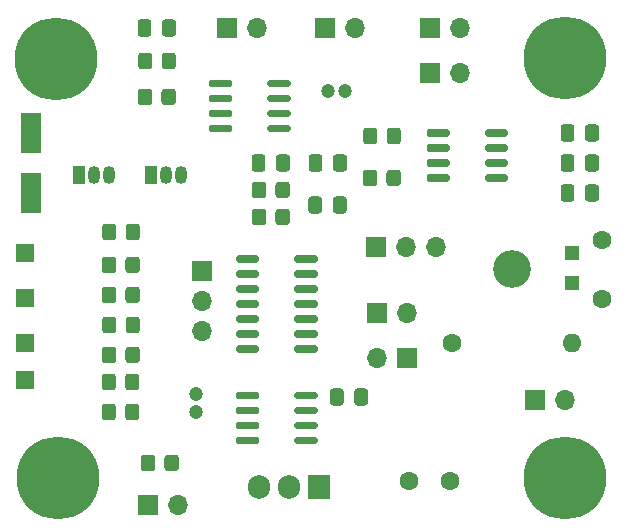
<source format=gbr>
%TF.GenerationSoftware,KiCad,Pcbnew,5.1.9-73d0e3b20d~88~ubuntu20.04.1*%
%TF.CreationDate,2021-04-18T23:12:54+02:00*%
%TF.ProjectId,interrupter,696e7465-7272-4757-9074-65722e6b6963,rev?*%
%TF.SameCoordinates,Original*%
%TF.FileFunction,Soldermask,Top*%
%TF.FilePolarity,Negative*%
%FSLAX46Y46*%
G04 Gerber Fmt 4.6, Leading zero omitted, Abs format (unit mm)*
G04 Created by KiCad (PCBNEW 5.1.9-73d0e3b20d~88~ubuntu20.04.1) date 2021-04-18 23:12:54*
%MOMM*%
%LPD*%
G01*
G04 APERTURE LIST*
%ADD10R,1.800000X3.500000*%
%ADD11R,1.500000X1.500000*%
%ADD12O,1.700000X1.700000*%
%ADD13R,1.700000X1.700000*%
%ADD14C,7.000000*%
%ADD15C,3.200000*%
%ADD16C,1.600000*%
%ADD17R,1.208000X1.208000*%
%ADD18O,1.905000X2.000000*%
%ADD19R,1.905000X2.000000*%
%ADD20O,1.600000X1.600000*%
%ADD21R,1.050000X1.500000*%
%ADD22O,1.050000X1.500000*%
%ADD23C,1.200000*%
G04 APERTURE END LIST*
D10*
%TO.C,D1*%
X175768000Y-86400000D03*
X175768000Y-91400000D03*
%TD*%
D11*
%TO.C,OUT*%
X175260000Y-107315000D03*
%TD*%
%TO.C,BME*%
X175260000Y-104140000D03*
%TD*%
%TO.C,9V*%
X175260000Y-96520000D03*
%TD*%
%TO.C,GND*%
X175260000Y-100330000D03*
%TD*%
D12*
%TO.C,J2*%
X188214000Y-117856000D03*
D13*
X185674000Y-117856000D03*
%TD*%
D14*
%TO.C,REF\u002A\u002A*%
X220980000Y-115570000D03*
%TD*%
%TO.C,REF\u002A\u002A*%
X178054000Y-115570000D03*
%TD*%
D12*
%TO.C,J3*%
X194945000Y-77470000D03*
D13*
X192405000Y-77470000D03*
%TD*%
D14*
%TO.C,REF\u002A\u002A*%
X177927000Y-80137000D03*
%TD*%
%TO.C,REF\u002A\u002A*%
X220980000Y-80010000D03*
%TD*%
D15*
%TO.C,U6*%
X216515000Y-97890000D03*
D16*
X224115000Y-100390000D03*
X224115000Y-95390000D03*
D17*
X221615000Y-99090000D03*
X221615000Y-96490000D03*
%TD*%
%TO.C,U5*%
G36*
G01*
X214225000Y-86510000D02*
X214225000Y-86210000D01*
G75*
G02*
X214375000Y-86060000I150000J0D01*
G01*
X216025000Y-86060000D01*
G75*
G02*
X216175000Y-86210000I0J-150000D01*
G01*
X216175000Y-86510000D01*
G75*
G02*
X216025000Y-86660000I-150000J0D01*
G01*
X214375000Y-86660000D01*
G75*
G02*
X214225000Y-86510000I0J150000D01*
G01*
G37*
G36*
G01*
X214225000Y-87780000D02*
X214225000Y-87480000D01*
G75*
G02*
X214375000Y-87330000I150000J0D01*
G01*
X216025000Y-87330000D01*
G75*
G02*
X216175000Y-87480000I0J-150000D01*
G01*
X216175000Y-87780000D01*
G75*
G02*
X216025000Y-87930000I-150000J0D01*
G01*
X214375000Y-87930000D01*
G75*
G02*
X214225000Y-87780000I0J150000D01*
G01*
G37*
G36*
G01*
X214225000Y-89050000D02*
X214225000Y-88750000D01*
G75*
G02*
X214375000Y-88600000I150000J0D01*
G01*
X216025000Y-88600000D01*
G75*
G02*
X216175000Y-88750000I0J-150000D01*
G01*
X216175000Y-89050000D01*
G75*
G02*
X216025000Y-89200000I-150000J0D01*
G01*
X214375000Y-89200000D01*
G75*
G02*
X214225000Y-89050000I0J150000D01*
G01*
G37*
G36*
G01*
X214225000Y-90320000D02*
X214225000Y-90020000D01*
G75*
G02*
X214375000Y-89870000I150000J0D01*
G01*
X216025000Y-89870000D01*
G75*
G02*
X216175000Y-90020000I0J-150000D01*
G01*
X216175000Y-90320000D01*
G75*
G02*
X216025000Y-90470000I-150000J0D01*
G01*
X214375000Y-90470000D01*
G75*
G02*
X214225000Y-90320000I0J150000D01*
G01*
G37*
G36*
G01*
X209275000Y-90320000D02*
X209275000Y-90020000D01*
G75*
G02*
X209425000Y-89870000I150000J0D01*
G01*
X211075000Y-89870000D01*
G75*
G02*
X211225000Y-90020000I0J-150000D01*
G01*
X211225000Y-90320000D01*
G75*
G02*
X211075000Y-90470000I-150000J0D01*
G01*
X209425000Y-90470000D01*
G75*
G02*
X209275000Y-90320000I0J150000D01*
G01*
G37*
G36*
G01*
X209275000Y-89050000D02*
X209275000Y-88750000D01*
G75*
G02*
X209425000Y-88600000I150000J0D01*
G01*
X211075000Y-88600000D01*
G75*
G02*
X211225000Y-88750000I0J-150000D01*
G01*
X211225000Y-89050000D01*
G75*
G02*
X211075000Y-89200000I-150000J0D01*
G01*
X209425000Y-89200000D01*
G75*
G02*
X209275000Y-89050000I0J150000D01*
G01*
G37*
G36*
G01*
X209275000Y-87780000D02*
X209275000Y-87480000D01*
G75*
G02*
X209425000Y-87330000I150000J0D01*
G01*
X211075000Y-87330000D01*
G75*
G02*
X211225000Y-87480000I0J-150000D01*
G01*
X211225000Y-87780000D01*
G75*
G02*
X211075000Y-87930000I-150000J0D01*
G01*
X209425000Y-87930000D01*
G75*
G02*
X209275000Y-87780000I0J150000D01*
G01*
G37*
G36*
G01*
X209275000Y-86510000D02*
X209275000Y-86210000D01*
G75*
G02*
X209425000Y-86060000I150000J0D01*
G01*
X211075000Y-86060000D01*
G75*
G02*
X211225000Y-86210000I0J-150000D01*
G01*
X211225000Y-86510000D01*
G75*
G02*
X211075000Y-86660000I-150000J0D01*
G01*
X209425000Y-86660000D01*
G75*
G02*
X209275000Y-86510000I0J150000D01*
G01*
G37*
%TD*%
%TO.C,U4*%
G36*
G01*
X198096000Y-97178000D02*
X198096000Y-96878000D01*
G75*
G02*
X198246000Y-96728000I150000J0D01*
G01*
X199896000Y-96728000D01*
G75*
G02*
X200046000Y-96878000I0J-150000D01*
G01*
X200046000Y-97178000D01*
G75*
G02*
X199896000Y-97328000I-150000J0D01*
G01*
X198246000Y-97328000D01*
G75*
G02*
X198096000Y-97178000I0J150000D01*
G01*
G37*
G36*
G01*
X198096000Y-98448000D02*
X198096000Y-98148000D01*
G75*
G02*
X198246000Y-97998000I150000J0D01*
G01*
X199896000Y-97998000D01*
G75*
G02*
X200046000Y-98148000I0J-150000D01*
G01*
X200046000Y-98448000D01*
G75*
G02*
X199896000Y-98598000I-150000J0D01*
G01*
X198246000Y-98598000D01*
G75*
G02*
X198096000Y-98448000I0J150000D01*
G01*
G37*
G36*
G01*
X198096000Y-99718000D02*
X198096000Y-99418000D01*
G75*
G02*
X198246000Y-99268000I150000J0D01*
G01*
X199896000Y-99268000D01*
G75*
G02*
X200046000Y-99418000I0J-150000D01*
G01*
X200046000Y-99718000D01*
G75*
G02*
X199896000Y-99868000I-150000J0D01*
G01*
X198246000Y-99868000D01*
G75*
G02*
X198096000Y-99718000I0J150000D01*
G01*
G37*
G36*
G01*
X198096000Y-100988000D02*
X198096000Y-100688000D01*
G75*
G02*
X198246000Y-100538000I150000J0D01*
G01*
X199896000Y-100538000D01*
G75*
G02*
X200046000Y-100688000I0J-150000D01*
G01*
X200046000Y-100988000D01*
G75*
G02*
X199896000Y-101138000I-150000J0D01*
G01*
X198246000Y-101138000D01*
G75*
G02*
X198096000Y-100988000I0J150000D01*
G01*
G37*
G36*
G01*
X198096000Y-102258000D02*
X198096000Y-101958000D01*
G75*
G02*
X198246000Y-101808000I150000J0D01*
G01*
X199896000Y-101808000D01*
G75*
G02*
X200046000Y-101958000I0J-150000D01*
G01*
X200046000Y-102258000D01*
G75*
G02*
X199896000Y-102408000I-150000J0D01*
G01*
X198246000Y-102408000D01*
G75*
G02*
X198096000Y-102258000I0J150000D01*
G01*
G37*
G36*
G01*
X198096000Y-103528000D02*
X198096000Y-103228000D01*
G75*
G02*
X198246000Y-103078000I150000J0D01*
G01*
X199896000Y-103078000D01*
G75*
G02*
X200046000Y-103228000I0J-150000D01*
G01*
X200046000Y-103528000D01*
G75*
G02*
X199896000Y-103678000I-150000J0D01*
G01*
X198246000Y-103678000D01*
G75*
G02*
X198096000Y-103528000I0J150000D01*
G01*
G37*
G36*
G01*
X198096000Y-104798000D02*
X198096000Y-104498000D01*
G75*
G02*
X198246000Y-104348000I150000J0D01*
G01*
X199896000Y-104348000D01*
G75*
G02*
X200046000Y-104498000I0J-150000D01*
G01*
X200046000Y-104798000D01*
G75*
G02*
X199896000Y-104948000I-150000J0D01*
G01*
X198246000Y-104948000D01*
G75*
G02*
X198096000Y-104798000I0J150000D01*
G01*
G37*
G36*
G01*
X193146000Y-104798000D02*
X193146000Y-104498000D01*
G75*
G02*
X193296000Y-104348000I150000J0D01*
G01*
X194946000Y-104348000D01*
G75*
G02*
X195096000Y-104498000I0J-150000D01*
G01*
X195096000Y-104798000D01*
G75*
G02*
X194946000Y-104948000I-150000J0D01*
G01*
X193296000Y-104948000D01*
G75*
G02*
X193146000Y-104798000I0J150000D01*
G01*
G37*
G36*
G01*
X193146000Y-103528000D02*
X193146000Y-103228000D01*
G75*
G02*
X193296000Y-103078000I150000J0D01*
G01*
X194946000Y-103078000D01*
G75*
G02*
X195096000Y-103228000I0J-150000D01*
G01*
X195096000Y-103528000D01*
G75*
G02*
X194946000Y-103678000I-150000J0D01*
G01*
X193296000Y-103678000D01*
G75*
G02*
X193146000Y-103528000I0J150000D01*
G01*
G37*
G36*
G01*
X193146000Y-102258000D02*
X193146000Y-101958000D01*
G75*
G02*
X193296000Y-101808000I150000J0D01*
G01*
X194946000Y-101808000D01*
G75*
G02*
X195096000Y-101958000I0J-150000D01*
G01*
X195096000Y-102258000D01*
G75*
G02*
X194946000Y-102408000I-150000J0D01*
G01*
X193296000Y-102408000D01*
G75*
G02*
X193146000Y-102258000I0J150000D01*
G01*
G37*
G36*
G01*
X193146000Y-100988000D02*
X193146000Y-100688000D01*
G75*
G02*
X193296000Y-100538000I150000J0D01*
G01*
X194946000Y-100538000D01*
G75*
G02*
X195096000Y-100688000I0J-150000D01*
G01*
X195096000Y-100988000D01*
G75*
G02*
X194946000Y-101138000I-150000J0D01*
G01*
X193296000Y-101138000D01*
G75*
G02*
X193146000Y-100988000I0J150000D01*
G01*
G37*
G36*
G01*
X193146000Y-99718000D02*
X193146000Y-99418000D01*
G75*
G02*
X193296000Y-99268000I150000J0D01*
G01*
X194946000Y-99268000D01*
G75*
G02*
X195096000Y-99418000I0J-150000D01*
G01*
X195096000Y-99718000D01*
G75*
G02*
X194946000Y-99868000I-150000J0D01*
G01*
X193296000Y-99868000D01*
G75*
G02*
X193146000Y-99718000I0J150000D01*
G01*
G37*
G36*
G01*
X193146000Y-98448000D02*
X193146000Y-98148000D01*
G75*
G02*
X193296000Y-97998000I150000J0D01*
G01*
X194946000Y-97998000D01*
G75*
G02*
X195096000Y-98148000I0J-150000D01*
G01*
X195096000Y-98448000D01*
G75*
G02*
X194946000Y-98598000I-150000J0D01*
G01*
X193296000Y-98598000D01*
G75*
G02*
X193146000Y-98448000I0J150000D01*
G01*
G37*
G36*
G01*
X193146000Y-97178000D02*
X193146000Y-96878000D01*
G75*
G02*
X193296000Y-96728000I150000J0D01*
G01*
X194946000Y-96728000D01*
G75*
G02*
X195096000Y-96878000I0J-150000D01*
G01*
X195096000Y-97178000D01*
G75*
G02*
X194946000Y-97328000I-150000J0D01*
G01*
X193296000Y-97328000D01*
G75*
G02*
X193146000Y-97178000I0J150000D01*
G01*
G37*
%TD*%
%TO.C,U3*%
G36*
G01*
X195810000Y-82319000D02*
X195810000Y-82019000D01*
G75*
G02*
X195960000Y-81869000I150000J0D01*
G01*
X197610000Y-81869000D01*
G75*
G02*
X197760000Y-82019000I0J-150000D01*
G01*
X197760000Y-82319000D01*
G75*
G02*
X197610000Y-82469000I-150000J0D01*
G01*
X195960000Y-82469000D01*
G75*
G02*
X195810000Y-82319000I0J150000D01*
G01*
G37*
G36*
G01*
X195810000Y-83589000D02*
X195810000Y-83289000D01*
G75*
G02*
X195960000Y-83139000I150000J0D01*
G01*
X197610000Y-83139000D01*
G75*
G02*
X197760000Y-83289000I0J-150000D01*
G01*
X197760000Y-83589000D01*
G75*
G02*
X197610000Y-83739000I-150000J0D01*
G01*
X195960000Y-83739000D01*
G75*
G02*
X195810000Y-83589000I0J150000D01*
G01*
G37*
G36*
G01*
X195810000Y-84859000D02*
X195810000Y-84559000D01*
G75*
G02*
X195960000Y-84409000I150000J0D01*
G01*
X197610000Y-84409000D01*
G75*
G02*
X197760000Y-84559000I0J-150000D01*
G01*
X197760000Y-84859000D01*
G75*
G02*
X197610000Y-85009000I-150000J0D01*
G01*
X195960000Y-85009000D01*
G75*
G02*
X195810000Y-84859000I0J150000D01*
G01*
G37*
G36*
G01*
X195810000Y-86129000D02*
X195810000Y-85829000D01*
G75*
G02*
X195960000Y-85679000I150000J0D01*
G01*
X197610000Y-85679000D01*
G75*
G02*
X197760000Y-85829000I0J-150000D01*
G01*
X197760000Y-86129000D01*
G75*
G02*
X197610000Y-86279000I-150000J0D01*
G01*
X195960000Y-86279000D01*
G75*
G02*
X195810000Y-86129000I0J150000D01*
G01*
G37*
G36*
G01*
X190860000Y-86129000D02*
X190860000Y-85829000D01*
G75*
G02*
X191010000Y-85679000I150000J0D01*
G01*
X192660000Y-85679000D01*
G75*
G02*
X192810000Y-85829000I0J-150000D01*
G01*
X192810000Y-86129000D01*
G75*
G02*
X192660000Y-86279000I-150000J0D01*
G01*
X191010000Y-86279000D01*
G75*
G02*
X190860000Y-86129000I0J150000D01*
G01*
G37*
G36*
G01*
X190860000Y-84859000D02*
X190860000Y-84559000D01*
G75*
G02*
X191010000Y-84409000I150000J0D01*
G01*
X192660000Y-84409000D01*
G75*
G02*
X192810000Y-84559000I0J-150000D01*
G01*
X192810000Y-84859000D01*
G75*
G02*
X192660000Y-85009000I-150000J0D01*
G01*
X191010000Y-85009000D01*
G75*
G02*
X190860000Y-84859000I0J150000D01*
G01*
G37*
G36*
G01*
X190860000Y-83589000D02*
X190860000Y-83289000D01*
G75*
G02*
X191010000Y-83139000I150000J0D01*
G01*
X192660000Y-83139000D01*
G75*
G02*
X192810000Y-83289000I0J-150000D01*
G01*
X192810000Y-83589000D01*
G75*
G02*
X192660000Y-83739000I-150000J0D01*
G01*
X191010000Y-83739000D01*
G75*
G02*
X190860000Y-83589000I0J150000D01*
G01*
G37*
G36*
G01*
X190860000Y-82319000D02*
X190860000Y-82019000D01*
G75*
G02*
X191010000Y-81869000I150000J0D01*
G01*
X192660000Y-81869000D01*
G75*
G02*
X192810000Y-82019000I0J-150000D01*
G01*
X192810000Y-82319000D01*
G75*
G02*
X192660000Y-82469000I-150000J0D01*
G01*
X191010000Y-82469000D01*
G75*
G02*
X190860000Y-82319000I0J150000D01*
G01*
G37*
%TD*%
%TO.C,U2*%
G36*
G01*
X198096000Y-108735000D02*
X198096000Y-108435000D01*
G75*
G02*
X198246000Y-108285000I150000J0D01*
G01*
X199896000Y-108285000D01*
G75*
G02*
X200046000Y-108435000I0J-150000D01*
G01*
X200046000Y-108735000D01*
G75*
G02*
X199896000Y-108885000I-150000J0D01*
G01*
X198246000Y-108885000D01*
G75*
G02*
X198096000Y-108735000I0J150000D01*
G01*
G37*
G36*
G01*
X198096000Y-110005000D02*
X198096000Y-109705000D01*
G75*
G02*
X198246000Y-109555000I150000J0D01*
G01*
X199896000Y-109555000D01*
G75*
G02*
X200046000Y-109705000I0J-150000D01*
G01*
X200046000Y-110005000D01*
G75*
G02*
X199896000Y-110155000I-150000J0D01*
G01*
X198246000Y-110155000D01*
G75*
G02*
X198096000Y-110005000I0J150000D01*
G01*
G37*
G36*
G01*
X198096000Y-111275000D02*
X198096000Y-110975000D01*
G75*
G02*
X198246000Y-110825000I150000J0D01*
G01*
X199896000Y-110825000D01*
G75*
G02*
X200046000Y-110975000I0J-150000D01*
G01*
X200046000Y-111275000D01*
G75*
G02*
X199896000Y-111425000I-150000J0D01*
G01*
X198246000Y-111425000D01*
G75*
G02*
X198096000Y-111275000I0J150000D01*
G01*
G37*
G36*
G01*
X198096000Y-112545000D02*
X198096000Y-112245000D01*
G75*
G02*
X198246000Y-112095000I150000J0D01*
G01*
X199896000Y-112095000D01*
G75*
G02*
X200046000Y-112245000I0J-150000D01*
G01*
X200046000Y-112545000D01*
G75*
G02*
X199896000Y-112695000I-150000J0D01*
G01*
X198246000Y-112695000D01*
G75*
G02*
X198096000Y-112545000I0J150000D01*
G01*
G37*
G36*
G01*
X193146000Y-112545000D02*
X193146000Y-112245000D01*
G75*
G02*
X193296000Y-112095000I150000J0D01*
G01*
X194946000Y-112095000D01*
G75*
G02*
X195096000Y-112245000I0J-150000D01*
G01*
X195096000Y-112545000D01*
G75*
G02*
X194946000Y-112695000I-150000J0D01*
G01*
X193296000Y-112695000D01*
G75*
G02*
X193146000Y-112545000I0J150000D01*
G01*
G37*
G36*
G01*
X193146000Y-111275000D02*
X193146000Y-110975000D01*
G75*
G02*
X193296000Y-110825000I150000J0D01*
G01*
X194946000Y-110825000D01*
G75*
G02*
X195096000Y-110975000I0J-150000D01*
G01*
X195096000Y-111275000D01*
G75*
G02*
X194946000Y-111425000I-150000J0D01*
G01*
X193296000Y-111425000D01*
G75*
G02*
X193146000Y-111275000I0J150000D01*
G01*
G37*
G36*
G01*
X193146000Y-110005000D02*
X193146000Y-109705000D01*
G75*
G02*
X193296000Y-109555000I150000J0D01*
G01*
X194946000Y-109555000D01*
G75*
G02*
X195096000Y-109705000I0J-150000D01*
G01*
X195096000Y-110005000D01*
G75*
G02*
X194946000Y-110155000I-150000J0D01*
G01*
X193296000Y-110155000D01*
G75*
G02*
X193146000Y-110005000I0J150000D01*
G01*
G37*
G36*
G01*
X193146000Y-108735000D02*
X193146000Y-108435000D01*
G75*
G02*
X193296000Y-108285000I150000J0D01*
G01*
X194946000Y-108285000D01*
G75*
G02*
X195096000Y-108435000I0J-150000D01*
G01*
X195096000Y-108735000D01*
G75*
G02*
X194946000Y-108885000I-150000J0D01*
G01*
X193296000Y-108885000D01*
G75*
G02*
X193146000Y-108735000I0J150000D01*
G01*
G37*
%TD*%
D18*
%TO.C,U1*%
X195072000Y-116332000D03*
X197612000Y-116332000D03*
D19*
X200152000Y-116332000D03*
%TD*%
%TO.C,R15*%
G36*
G01*
X196488000Y-91636001D02*
X196488000Y-90735999D01*
G75*
G02*
X196737999Y-90486000I249999J0D01*
G01*
X197438001Y-90486000D01*
G75*
G02*
X197688000Y-90735999I0J-249999D01*
G01*
X197688000Y-91636001D01*
G75*
G02*
X197438001Y-91886000I-249999J0D01*
G01*
X196737999Y-91886000D01*
G75*
G02*
X196488000Y-91636001I0J249999D01*
G01*
G37*
G36*
G01*
X194488000Y-91636001D02*
X194488000Y-90735999D01*
G75*
G02*
X194737999Y-90486000I249999J0D01*
G01*
X195438001Y-90486000D01*
G75*
G02*
X195688000Y-90735999I0J-249999D01*
G01*
X195688000Y-91636001D01*
G75*
G02*
X195438001Y-91886000I-249999J0D01*
G01*
X194737999Y-91886000D01*
G75*
G02*
X194488000Y-91636001I0J249999D01*
G01*
G37*
%TD*%
D20*
%TO.C,R14*%
X221615000Y-104140000D03*
D16*
X211455000Y-104140000D03*
%TD*%
%TO.C,R13*%
G36*
G01*
X183804000Y-95192001D02*
X183804000Y-94291999D01*
G75*
G02*
X184053999Y-94042000I249999J0D01*
G01*
X184754001Y-94042000D01*
G75*
G02*
X185004000Y-94291999I0J-249999D01*
G01*
X185004000Y-95192001D01*
G75*
G02*
X184754001Y-95442000I-249999J0D01*
G01*
X184053999Y-95442000D01*
G75*
G02*
X183804000Y-95192001I0J249999D01*
G01*
G37*
G36*
G01*
X181804000Y-95192001D02*
X181804000Y-94291999D01*
G75*
G02*
X182053999Y-94042000I249999J0D01*
G01*
X182754001Y-94042000D01*
G75*
G02*
X183004000Y-94291999I0J-249999D01*
G01*
X183004000Y-95192001D01*
G75*
G02*
X182754001Y-95442000I-249999J0D01*
G01*
X182053999Y-95442000D01*
G75*
G02*
X181804000Y-95192001I0J249999D01*
G01*
G37*
%TD*%
%TO.C,R12*%
G36*
G01*
X205086000Y-89719999D02*
X205086000Y-90620001D01*
G75*
G02*
X204836001Y-90870000I-249999J0D01*
G01*
X204135999Y-90870000D01*
G75*
G02*
X203886000Y-90620001I0J249999D01*
G01*
X203886000Y-89719999D01*
G75*
G02*
X204135999Y-89470000I249999J0D01*
G01*
X204836001Y-89470000D01*
G75*
G02*
X205086000Y-89719999I0J-249999D01*
G01*
G37*
G36*
G01*
X207086000Y-89719999D02*
X207086000Y-90620001D01*
G75*
G02*
X206836001Y-90870000I-249999J0D01*
G01*
X206135999Y-90870000D01*
G75*
G02*
X205886000Y-90620001I0J249999D01*
G01*
X205886000Y-89719999D01*
G75*
G02*
X206135999Y-89470000I249999J0D01*
G01*
X206836001Y-89470000D01*
G75*
G02*
X207086000Y-89719999I0J-249999D01*
G01*
G37*
%TD*%
%TO.C,R11*%
G36*
G01*
X195688000Y-93021999D02*
X195688000Y-93922001D01*
G75*
G02*
X195438001Y-94172000I-249999J0D01*
G01*
X194737999Y-94172000D01*
G75*
G02*
X194488000Y-93922001I0J249999D01*
G01*
X194488000Y-93021999D01*
G75*
G02*
X194737999Y-92772000I249999J0D01*
G01*
X195438001Y-92772000D01*
G75*
G02*
X195688000Y-93021999I0J-249999D01*
G01*
G37*
G36*
G01*
X197688000Y-93021999D02*
X197688000Y-93922001D01*
G75*
G02*
X197438001Y-94172000I-249999J0D01*
G01*
X196737999Y-94172000D01*
G75*
G02*
X196488000Y-93922001I0J249999D01*
G01*
X196488000Y-93021999D01*
G75*
G02*
X196737999Y-92772000I249999J0D01*
G01*
X197438001Y-92772000D01*
G75*
G02*
X197688000Y-93021999I0J-249999D01*
G01*
G37*
%TD*%
%TO.C,R10*%
G36*
G01*
X205102000Y-86163999D02*
X205102000Y-87064001D01*
G75*
G02*
X204852001Y-87314000I-249999J0D01*
G01*
X204151999Y-87314000D01*
G75*
G02*
X203902000Y-87064001I0J249999D01*
G01*
X203902000Y-86163999D01*
G75*
G02*
X204151999Y-85914000I249999J0D01*
G01*
X204852001Y-85914000D01*
G75*
G02*
X205102000Y-86163999I0J-249999D01*
G01*
G37*
G36*
G01*
X207102000Y-86163999D02*
X207102000Y-87064001D01*
G75*
G02*
X206852001Y-87314000I-249999J0D01*
G01*
X206151999Y-87314000D01*
G75*
G02*
X205902000Y-87064001I0J249999D01*
G01*
X205902000Y-86163999D01*
G75*
G02*
X206151999Y-85914000I249999J0D01*
G01*
X206852001Y-85914000D01*
G75*
G02*
X207102000Y-86163999I0J-249999D01*
G01*
G37*
%TD*%
%TO.C,R9*%
G36*
G01*
X183804000Y-103066001D02*
X183804000Y-102165999D01*
G75*
G02*
X184053999Y-101916000I249999J0D01*
G01*
X184754001Y-101916000D01*
G75*
G02*
X185004000Y-102165999I0J-249999D01*
G01*
X185004000Y-103066001D01*
G75*
G02*
X184754001Y-103316000I-249999J0D01*
G01*
X184053999Y-103316000D01*
G75*
G02*
X183804000Y-103066001I0J249999D01*
G01*
G37*
G36*
G01*
X181804000Y-103066001D02*
X181804000Y-102165999D01*
G75*
G02*
X182053999Y-101916000I249999J0D01*
G01*
X182754001Y-101916000D01*
G75*
G02*
X183004000Y-102165999I0J-249999D01*
G01*
X183004000Y-103066001D01*
G75*
G02*
X182754001Y-103316000I-249999J0D01*
G01*
X182053999Y-103316000D01*
G75*
G02*
X181804000Y-103066001I0J249999D01*
G01*
G37*
%TD*%
%TO.C,R8*%
G36*
G01*
X182972000Y-109531999D02*
X182972000Y-110432001D01*
G75*
G02*
X182722001Y-110682000I-249999J0D01*
G01*
X182021999Y-110682000D01*
G75*
G02*
X181772000Y-110432001I0J249999D01*
G01*
X181772000Y-109531999D01*
G75*
G02*
X182021999Y-109282000I249999J0D01*
G01*
X182722001Y-109282000D01*
G75*
G02*
X182972000Y-109531999I0J-249999D01*
G01*
G37*
G36*
G01*
X184972000Y-109531999D02*
X184972000Y-110432001D01*
G75*
G02*
X184722001Y-110682000I-249999J0D01*
G01*
X184021999Y-110682000D01*
G75*
G02*
X183772000Y-110432001I0J249999D01*
G01*
X183772000Y-109531999D01*
G75*
G02*
X184021999Y-109282000I249999J0D01*
G01*
X184722001Y-109282000D01*
G75*
G02*
X184972000Y-109531999I0J-249999D01*
G01*
G37*
%TD*%
%TO.C,R7*%
G36*
G01*
X183788000Y-100526001D02*
X183788000Y-99625999D01*
G75*
G02*
X184037999Y-99376000I249999J0D01*
G01*
X184738001Y-99376000D01*
G75*
G02*
X184988000Y-99625999I0J-249999D01*
G01*
X184988000Y-100526001D01*
G75*
G02*
X184738001Y-100776000I-249999J0D01*
G01*
X184037999Y-100776000D01*
G75*
G02*
X183788000Y-100526001I0J249999D01*
G01*
G37*
G36*
G01*
X181788000Y-100526001D02*
X181788000Y-99625999D01*
G75*
G02*
X182037999Y-99376000I249999J0D01*
G01*
X182738001Y-99376000D01*
G75*
G02*
X182988000Y-99625999I0J-249999D01*
G01*
X182988000Y-100526001D01*
G75*
G02*
X182738001Y-100776000I-249999J0D01*
G01*
X182037999Y-100776000D01*
G75*
G02*
X181788000Y-100526001I0J249999D01*
G01*
G37*
%TD*%
%TO.C,R6*%
G36*
G01*
X182972000Y-106991999D02*
X182972000Y-107892001D01*
G75*
G02*
X182722001Y-108142000I-249999J0D01*
G01*
X182021999Y-108142000D01*
G75*
G02*
X181772000Y-107892001I0J249999D01*
G01*
X181772000Y-106991999D01*
G75*
G02*
X182021999Y-106742000I249999J0D01*
G01*
X182722001Y-106742000D01*
G75*
G02*
X182972000Y-106991999I0J-249999D01*
G01*
G37*
G36*
G01*
X184972000Y-106991999D02*
X184972000Y-107892001D01*
G75*
G02*
X184722001Y-108142000I-249999J0D01*
G01*
X184021999Y-108142000D01*
G75*
G02*
X183772000Y-107892001I0J249999D01*
G01*
X183772000Y-106991999D01*
G75*
G02*
X184021999Y-106742000I249999J0D01*
G01*
X184722001Y-106742000D01*
G75*
G02*
X184972000Y-106991999I0J-249999D01*
G01*
G37*
%TD*%
%TO.C,R5*%
G36*
G01*
X183788000Y-97986001D02*
X183788000Y-97085999D01*
G75*
G02*
X184037999Y-96836000I249999J0D01*
G01*
X184738001Y-96836000D01*
G75*
G02*
X184988000Y-97085999I0J-249999D01*
G01*
X184988000Y-97986001D01*
G75*
G02*
X184738001Y-98236000I-249999J0D01*
G01*
X184037999Y-98236000D01*
G75*
G02*
X183788000Y-97986001I0J249999D01*
G01*
G37*
G36*
G01*
X181788000Y-97986001D02*
X181788000Y-97085999D01*
G75*
G02*
X182037999Y-96836000I249999J0D01*
G01*
X182738001Y-96836000D01*
G75*
G02*
X182988000Y-97085999I0J-249999D01*
G01*
X182988000Y-97986001D01*
G75*
G02*
X182738001Y-98236000I-249999J0D01*
G01*
X182037999Y-98236000D01*
G75*
G02*
X181788000Y-97986001I0J249999D01*
G01*
G37*
%TD*%
%TO.C,R4*%
G36*
G01*
X182988000Y-104705999D02*
X182988000Y-105606001D01*
G75*
G02*
X182738001Y-105856000I-249999J0D01*
G01*
X182037999Y-105856000D01*
G75*
G02*
X181788000Y-105606001I0J249999D01*
G01*
X181788000Y-104705999D01*
G75*
G02*
X182037999Y-104456000I249999J0D01*
G01*
X182738001Y-104456000D01*
G75*
G02*
X182988000Y-104705999I0J-249999D01*
G01*
G37*
G36*
G01*
X184988000Y-104705999D02*
X184988000Y-105606001D01*
G75*
G02*
X184738001Y-105856000I-249999J0D01*
G01*
X184037999Y-105856000D01*
G75*
G02*
X183788000Y-105606001I0J249999D01*
G01*
X183788000Y-104705999D01*
G75*
G02*
X184037999Y-104456000I249999J0D01*
G01*
X184738001Y-104456000D01*
G75*
G02*
X184988000Y-104705999I0J-249999D01*
G01*
G37*
%TD*%
%TO.C,R3*%
G36*
G01*
X186836000Y-83762001D02*
X186836000Y-82861999D01*
G75*
G02*
X187085999Y-82612000I249999J0D01*
G01*
X187786001Y-82612000D01*
G75*
G02*
X188036000Y-82861999I0J-249999D01*
G01*
X188036000Y-83762001D01*
G75*
G02*
X187786001Y-84012000I-249999J0D01*
G01*
X187085999Y-84012000D01*
G75*
G02*
X186836000Y-83762001I0J249999D01*
G01*
G37*
G36*
G01*
X184836000Y-83762001D02*
X184836000Y-82861999D01*
G75*
G02*
X185085999Y-82612000I249999J0D01*
G01*
X185786001Y-82612000D01*
G75*
G02*
X186036000Y-82861999I0J-249999D01*
G01*
X186036000Y-83762001D01*
G75*
G02*
X185786001Y-84012000I-249999J0D01*
G01*
X185085999Y-84012000D01*
G75*
G02*
X184836000Y-83762001I0J249999D01*
G01*
G37*
%TD*%
%TO.C,R2*%
G36*
G01*
X186852000Y-80714001D02*
X186852000Y-79813999D01*
G75*
G02*
X187101999Y-79564000I249999J0D01*
G01*
X187802001Y-79564000D01*
G75*
G02*
X188052000Y-79813999I0J-249999D01*
G01*
X188052000Y-80714001D01*
G75*
G02*
X187802001Y-80964000I-249999J0D01*
G01*
X187101999Y-80964000D01*
G75*
G02*
X186852000Y-80714001I0J249999D01*
G01*
G37*
G36*
G01*
X184852000Y-80714001D02*
X184852000Y-79813999D01*
G75*
G02*
X185101999Y-79564000I249999J0D01*
G01*
X185802001Y-79564000D01*
G75*
G02*
X186052000Y-79813999I0J-249999D01*
G01*
X186052000Y-80714001D01*
G75*
G02*
X185802001Y-80964000I-249999J0D01*
G01*
X185101999Y-80964000D01*
G75*
G02*
X184852000Y-80714001I0J249999D01*
G01*
G37*
%TD*%
%TO.C,R1*%
G36*
G01*
X186290000Y-113849999D02*
X186290000Y-114750001D01*
G75*
G02*
X186040001Y-115000000I-249999J0D01*
G01*
X185339999Y-115000000D01*
G75*
G02*
X185090000Y-114750001I0J249999D01*
G01*
X185090000Y-113849999D01*
G75*
G02*
X185339999Y-113600000I249999J0D01*
G01*
X186040001Y-113600000D01*
G75*
G02*
X186290000Y-113849999I0J-249999D01*
G01*
G37*
G36*
G01*
X188290000Y-113849999D02*
X188290000Y-114750001D01*
G75*
G02*
X188040001Y-115000000I-249999J0D01*
G01*
X187339999Y-115000000D01*
G75*
G02*
X187090000Y-114750001I0J249999D01*
G01*
X187090000Y-113849999D01*
G75*
G02*
X187339999Y-113600000I249999J0D01*
G01*
X188040001Y-113600000D01*
G75*
G02*
X188290000Y-113849999I0J-249999D01*
G01*
G37*
%TD*%
D21*
%TO.C,Q2*%
X185928000Y-89916000D03*
D22*
X188468000Y-89916000D03*
X187198000Y-89916000D03*
%TD*%
D21*
%TO.C,Q1*%
X179832000Y-89916000D03*
D22*
X182372000Y-89916000D03*
X181102000Y-89916000D03*
%TD*%
D12*
%TO.C,J10*%
X207645000Y-101600000D03*
D13*
X205105000Y-101600000D03*
%TD*%
D12*
%TO.C,J8*%
X210058000Y-96012000D03*
X207518000Y-96012000D03*
D13*
X204978000Y-96012000D03*
%TD*%
D12*
%TO.C,J7*%
X205105000Y-105410000D03*
D13*
X207645000Y-105410000D03*
%TD*%
D12*
%TO.C,J6*%
X212090000Y-81280000D03*
D13*
X209550000Y-81280000D03*
%TD*%
D12*
%TO.C,J5*%
X212090000Y-77470000D03*
D13*
X209550000Y-77470000D03*
%TD*%
D12*
%TO.C,J4*%
X190246000Y-103124000D03*
X190246000Y-100584000D03*
D13*
X190246000Y-98044000D03*
%TD*%
D12*
%TO.C,J1*%
X220980000Y-108966000D03*
D13*
X218440000Y-108966000D03*
%TD*%
%TO.C,C11*%
G36*
G01*
X221800000Y-88425000D02*
X221800000Y-89375000D01*
G75*
G02*
X221550000Y-89625000I-250000J0D01*
G01*
X220875000Y-89625000D01*
G75*
G02*
X220625000Y-89375000I0J250000D01*
G01*
X220625000Y-88425000D01*
G75*
G02*
X220875000Y-88175000I250000J0D01*
G01*
X221550000Y-88175000D01*
G75*
G02*
X221800000Y-88425000I0J-250000D01*
G01*
G37*
G36*
G01*
X223875000Y-88425000D02*
X223875000Y-89375000D01*
G75*
G02*
X223625000Y-89625000I-250000J0D01*
G01*
X222950000Y-89625000D01*
G75*
G02*
X222700000Y-89375000I0J250000D01*
G01*
X222700000Y-88425000D01*
G75*
G02*
X222950000Y-88175000I250000J0D01*
G01*
X223625000Y-88175000D01*
G75*
G02*
X223875000Y-88425000I0J-250000D01*
G01*
G37*
%TD*%
%TO.C,C10*%
G36*
G01*
X222700000Y-91915000D02*
X222700000Y-90965000D01*
G75*
G02*
X222950000Y-90715000I250000J0D01*
G01*
X223625000Y-90715000D01*
G75*
G02*
X223875000Y-90965000I0J-250000D01*
G01*
X223875000Y-91915000D01*
G75*
G02*
X223625000Y-92165000I-250000J0D01*
G01*
X222950000Y-92165000D01*
G75*
G02*
X222700000Y-91915000I0J250000D01*
G01*
G37*
G36*
G01*
X220625000Y-91915000D02*
X220625000Y-90965000D01*
G75*
G02*
X220875000Y-90715000I250000J0D01*
G01*
X221550000Y-90715000D01*
G75*
G02*
X221800000Y-90965000I0J-250000D01*
G01*
X221800000Y-91915000D01*
G75*
G02*
X221550000Y-92165000I-250000J0D01*
G01*
X220875000Y-92165000D01*
G75*
G02*
X220625000Y-91915000I0J250000D01*
G01*
G37*
%TD*%
D16*
%TO.C,C9*%
X211272000Y-115824000D03*
X207772000Y-115824000D03*
%TD*%
%TO.C,C8*%
G36*
G01*
X203163500Y-109187000D02*
X203163500Y-108237000D01*
G75*
G02*
X203413500Y-107987000I250000J0D01*
G01*
X204088500Y-107987000D01*
G75*
G02*
X204338500Y-108237000I0J-250000D01*
G01*
X204338500Y-109187000D01*
G75*
G02*
X204088500Y-109437000I-250000J0D01*
G01*
X203413500Y-109437000D01*
G75*
G02*
X203163500Y-109187000I0J250000D01*
G01*
G37*
G36*
G01*
X201088500Y-109187000D02*
X201088500Y-108237000D01*
G75*
G02*
X201338500Y-107987000I250000J0D01*
G01*
X202013500Y-107987000D01*
G75*
G02*
X202263500Y-108237000I0J-250000D01*
G01*
X202263500Y-109187000D01*
G75*
G02*
X202013500Y-109437000I-250000J0D01*
G01*
X201338500Y-109437000D01*
G75*
G02*
X201088500Y-109187000I0J250000D01*
G01*
G37*
%TD*%
%TO.C,C7*%
G36*
G01*
X201342500Y-92931000D02*
X201342500Y-91981000D01*
G75*
G02*
X201592500Y-91731000I250000J0D01*
G01*
X202267500Y-91731000D01*
G75*
G02*
X202517500Y-91981000I0J-250000D01*
G01*
X202517500Y-92931000D01*
G75*
G02*
X202267500Y-93181000I-250000J0D01*
G01*
X201592500Y-93181000D01*
G75*
G02*
X201342500Y-92931000I0J250000D01*
G01*
G37*
G36*
G01*
X199267500Y-92931000D02*
X199267500Y-91981000D01*
G75*
G02*
X199517500Y-91731000I250000J0D01*
G01*
X200192500Y-91731000D01*
G75*
G02*
X200442500Y-91981000I0J-250000D01*
G01*
X200442500Y-92931000D01*
G75*
G02*
X200192500Y-93181000I-250000J0D01*
G01*
X199517500Y-93181000D01*
G75*
G02*
X199267500Y-92931000I0J250000D01*
G01*
G37*
%TD*%
D23*
%TO.C,C6*%
X189738000Y-108482000D03*
X189738000Y-109982000D03*
%TD*%
%TO.C,C5*%
G36*
G01*
X201364000Y-89375000D02*
X201364000Y-88425000D01*
G75*
G02*
X201614000Y-88175000I250000J0D01*
G01*
X202289000Y-88175000D01*
G75*
G02*
X202539000Y-88425000I0J-250000D01*
G01*
X202539000Y-89375000D01*
G75*
G02*
X202289000Y-89625000I-250000J0D01*
G01*
X201614000Y-89625000D01*
G75*
G02*
X201364000Y-89375000I0J250000D01*
G01*
G37*
G36*
G01*
X199289000Y-89375000D02*
X199289000Y-88425000D01*
G75*
G02*
X199539000Y-88175000I250000J0D01*
G01*
X200214000Y-88175000D01*
G75*
G02*
X200464000Y-88425000I0J-250000D01*
G01*
X200464000Y-89375000D01*
G75*
G02*
X200214000Y-89625000I-250000J0D01*
G01*
X199539000Y-89625000D01*
G75*
G02*
X199289000Y-89375000I0J250000D01*
G01*
G37*
%TD*%
%TO.C,C4*%
X202414000Y-82804000D03*
X200914000Y-82804000D03*
%TD*%
%TO.C,C3*%
G36*
G01*
X196538000Y-89375000D02*
X196538000Y-88425000D01*
G75*
G02*
X196788000Y-88175000I250000J0D01*
G01*
X197463000Y-88175000D01*
G75*
G02*
X197713000Y-88425000I0J-250000D01*
G01*
X197713000Y-89375000D01*
G75*
G02*
X197463000Y-89625000I-250000J0D01*
G01*
X196788000Y-89625000D01*
G75*
G02*
X196538000Y-89375000I0J250000D01*
G01*
G37*
G36*
G01*
X194463000Y-89375000D02*
X194463000Y-88425000D01*
G75*
G02*
X194713000Y-88175000I250000J0D01*
G01*
X195388000Y-88175000D01*
G75*
G02*
X195638000Y-88425000I0J-250000D01*
G01*
X195638000Y-89375000D01*
G75*
G02*
X195388000Y-89625000I-250000J0D01*
G01*
X194713000Y-89625000D01*
G75*
G02*
X194463000Y-89375000I0J250000D01*
G01*
G37*
%TD*%
%TO.C,C2*%
G36*
G01*
X222700000Y-86835000D02*
X222700000Y-85885000D01*
G75*
G02*
X222950000Y-85635000I250000J0D01*
G01*
X223625000Y-85635000D01*
G75*
G02*
X223875000Y-85885000I0J-250000D01*
G01*
X223875000Y-86835000D01*
G75*
G02*
X223625000Y-87085000I-250000J0D01*
G01*
X222950000Y-87085000D01*
G75*
G02*
X222700000Y-86835000I0J250000D01*
G01*
G37*
G36*
G01*
X220625000Y-86835000D02*
X220625000Y-85885000D01*
G75*
G02*
X220875000Y-85635000I250000J0D01*
G01*
X221550000Y-85635000D01*
G75*
G02*
X221800000Y-85885000I0J-250000D01*
G01*
X221800000Y-86835000D01*
G75*
G02*
X221550000Y-87085000I-250000J0D01*
G01*
X220875000Y-87085000D01*
G75*
G02*
X220625000Y-86835000I0J250000D01*
G01*
G37*
%TD*%
%TO.C,C1*%
G36*
G01*
X186886000Y-77945000D02*
X186886000Y-76995000D01*
G75*
G02*
X187136000Y-76745000I250000J0D01*
G01*
X187811000Y-76745000D01*
G75*
G02*
X188061000Y-76995000I0J-250000D01*
G01*
X188061000Y-77945000D01*
G75*
G02*
X187811000Y-78195000I-250000J0D01*
G01*
X187136000Y-78195000D01*
G75*
G02*
X186886000Y-77945000I0J250000D01*
G01*
G37*
G36*
G01*
X184811000Y-77945000D02*
X184811000Y-76995000D01*
G75*
G02*
X185061000Y-76745000I250000J0D01*
G01*
X185736000Y-76745000D01*
G75*
G02*
X185986000Y-76995000I0J-250000D01*
G01*
X185986000Y-77945000D01*
G75*
G02*
X185736000Y-78195000I-250000J0D01*
G01*
X185061000Y-78195000D01*
G75*
G02*
X184811000Y-77945000I0J250000D01*
G01*
G37*
%TD*%
D12*
%TO.C,J9*%
X203200000Y-77470000D03*
D13*
X200660000Y-77470000D03*
%TD*%
M02*

</source>
